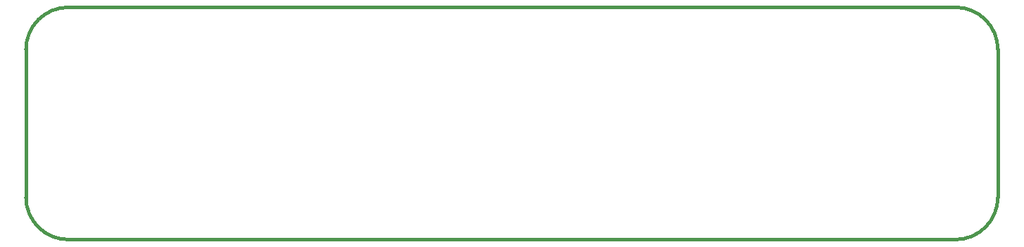
<source format=gm1>
G04 #@! TF.FileFunction,Profile,NP*
%FSLAX46Y46*%
G04 Gerber Fmt 4.6, Leading zero omitted, Abs format (unit mm)*
G04 Created by KiCad (PCBNEW 4.0.0-rc2-stable) date 23/12/2015 17:02:07*
%MOMM*%
G01*
G04 APERTURE LIST*
%ADD10C,0.150000*%
%ADD11C,0.381000*%
G04 APERTURE END LIST*
D10*
D11*
X190280000Y-31920000D02*
X190280000Y-14140000D01*
X78520000Y-37000000D02*
X185200000Y-37000000D01*
X73440000Y-31920000D02*
X73440000Y-14140000D01*
X78520000Y-9060000D02*
X185200000Y-9060000D01*
X73440000Y-31920000D02*
G75*
G03X78520000Y-37000000I5080000J0D01*
G01*
X78520000Y-9060000D02*
G75*
G03X73440000Y-14140000I0J-5080000D01*
G01*
X185200000Y-37000000D02*
G75*
G03X190280000Y-31920000I0J5080000D01*
G01*
X190280000Y-14140000D02*
G75*
G03X185200000Y-9060000I-5080000J0D01*
G01*
M02*

</source>
